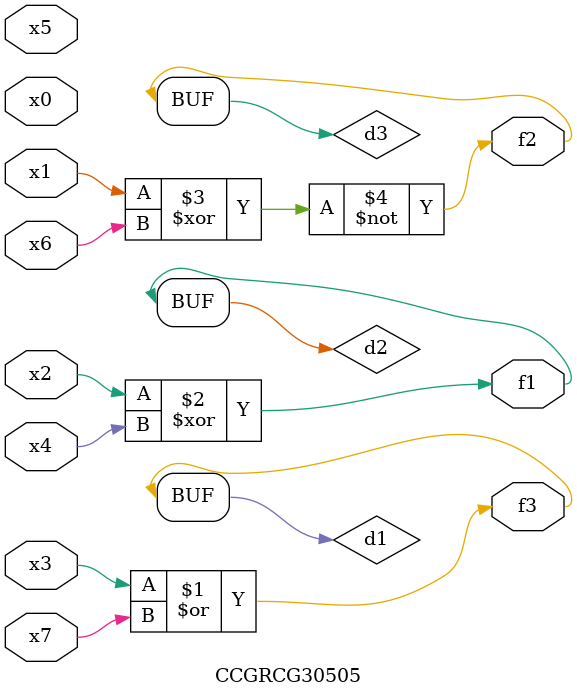
<source format=v>
module CCGRCG30505(
	input x0, x1, x2, x3, x4, x5, x6, x7,
	output f1, f2, f3
);

	wire d1, d2, d3;

	or (d1, x3, x7);
	xor (d2, x2, x4);
	xnor (d3, x1, x6);
	assign f1 = d2;
	assign f2 = d3;
	assign f3 = d1;
endmodule

</source>
